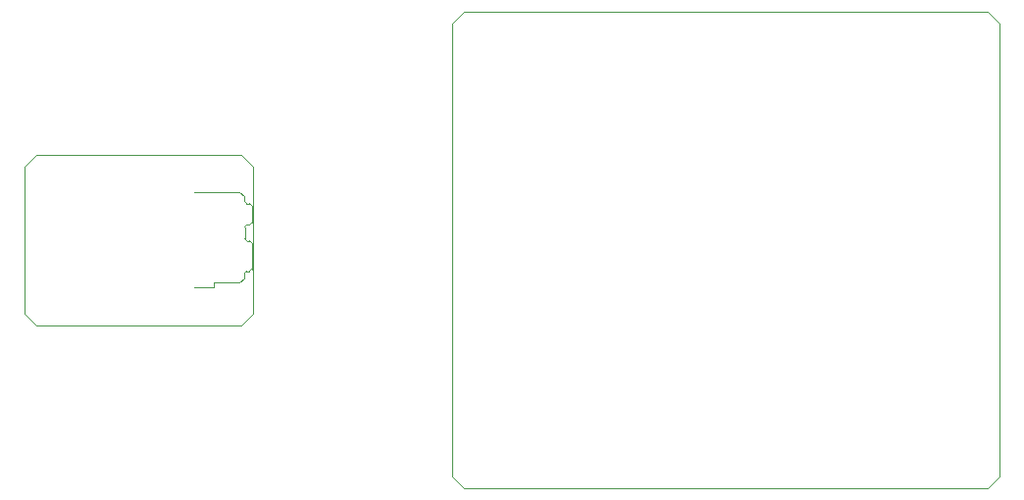
<source format=gbr>
%TF.GenerationSoftware,KiCad,Pcbnew,9.0.3*%
%TF.CreationDate,2025-07-28T19:10:52+02:00*%
%TF.ProjectId,hermes,6865726d-6573-42e6-9b69-6361645f7063,rev?*%
%TF.SameCoordinates,Original*%
%TF.FileFunction,Profile,NP*%
%FSLAX46Y46*%
G04 Gerber Fmt 4.6, Leading zero omitted, Abs format (unit mm)*
G04 Created by KiCad (PCBNEW 9.0.3) date 2025-07-28 19:10:52*
%MOMM*%
%LPD*%
G01*
G04 APERTURE LIST*
%TA.AperFunction,Profile*%
%ADD10C,0.050000*%
%TD*%
%TA.AperFunction,Profile*%
%ADD11C,0.100000*%
%TD*%
G04 APERTURE END LIST*
D10*
X187060000Y-126680000D02*
X187060000Y-87600000D01*
X140810000Y-86600000D02*
X186060000Y-86600000D01*
X139810000Y-126680000D02*
X139810000Y-87600000D01*
X186060000Y-86600000D02*
X187060000Y-87600000D01*
X186060000Y-127680000D02*
X187060000Y-126680000D01*
X140810000Y-127680000D02*
X186060000Y-127680000D01*
X140810000Y-127680000D02*
X139810000Y-126680000D01*
X139810000Y-87600000D02*
X140810000Y-86600000D01*
X122603938Y-99970000D02*
X121603938Y-98970000D01*
X121603938Y-98970000D02*
X103910000Y-98970000D01*
X102910000Y-112670000D02*
X102910000Y-99970000D01*
X102910000Y-99970000D02*
X103910000Y-98970000D01*
X122603938Y-112670000D02*
X122603938Y-99970000D01*
X121603938Y-113670000D02*
X103910000Y-113670000D01*
X103910000Y-113670000D02*
X102910000Y-112670000D01*
X121603938Y-113670000D02*
X122603938Y-112670000D01*
D11*
%TO.C,P1*%
X117570017Y-110370452D02*
X119272517Y-110370452D01*
X119272517Y-110370452D02*
X119272517Y-109970452D01*
X121422517Y-109970452D02*
X119272517Y-109970452D01*
X121872517Y-109600452D02*
X121422517Y-109970452D01*
X121872517Y-109195452D02*
X121872517Y-109600452D01*
X122322517Y-108995452D02*
X122072517Y-108995452D01*
X122522517Y-106570452D02*
X122522517Y-108795452D01*
X122122517Y-106370452D02*
X122322517Y-106370452D01*
X121922517Y-106170452D02*
X121922517Y-105170452D01*
X122322517Y-104970452D02*
X122122517Y-104970452D01*
X122522517Y-104770452D02*
X122522517Y-103345452D01*
X122322517Y-103145452D02*
X122072517Y-103145452D01*
X121872517Y-102945452D02*
X121872517Y-102495452D01*
X121872517Y-102495452D02*
X121422517Y-102170452D01*
X121422517Y-102170452D02*
X117582517Y-102170452D01*
X121872517Y-109195452D02*
G75*
G02*
X122072517Y-108995452I200001J-1D01*
G01*
X122522517Y-108795452D02*
G75*
G02*
X122322517Y-108995452I-200001J1D01*
G01*
X122122517Y-106370452D02*
G75*
G02*
X121922517Y-106170452I1J200001D01*
G01*
X122322517Y-106370452D02*
G75*
G02*
X122522517Y-106570452I-1J-200001D01*
G01*
X121922517Y-105170452D02*
G75*
G02*
X122122517Y-104970452I200000J0D01*
G01*
X122522517Y-104770452D02*
G75*
G02*
X122322517Y-104970452I-200000J0D01*
G01*
X122072517Y-103145452D02*
G75*
G02*
X121872517Y-102945452I0J200000D01*
G01*
X122322517Y-103145452D02*
G75*
G02*
X122522517Y-103345452I0J-200000D01*
G01*
%TD*%
M02*

</source>
